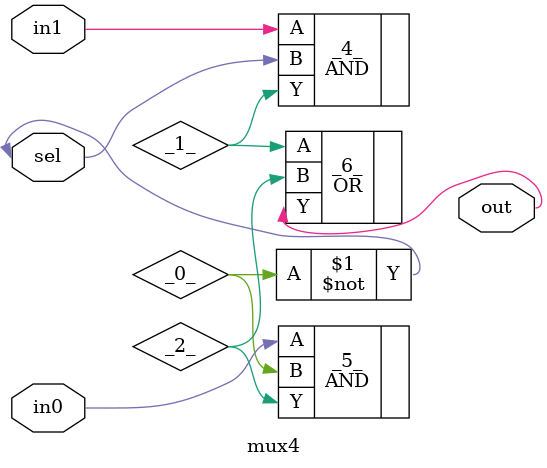
<source format=v>
/* Generated by Yosys 0.41+83 (git sha1 7045cf509, x86_64-w64-mingw32-g++ 13.2.1 -Os) */

/* cells_not_processed =  1  */
/* src = "mux4.v:2.1-7.10" */
module mux4(in0, in1, sel, out);
  wire _0_;
  wire _1_;
  wire _2_;
  /* src = "mux4.v:2.20-2.23" */
  input in0;
  wire in0;
  /* src = "mux4.v:2.25-2.28" */
  input in1;
  wire in1;
  /* src = "mux4.v:3.28-3.31" */
  output out;
  wire out;
  /* src = "mux4.v:2.30-2.33" */
  input sel;
  wire sel;
  not _3_ (
    .A(sel),
    .Y(_0_)
  );
  AND _4_ (
    .A(in1),
    .B(sel),
    .Y(_1_)
  );
  AND _5_ (
    .A(in0),
    .B(_0_),
    .Y(_2_)
  );
  OR _6_ (
    .A(_1_),
    .B(_2_),
    .Y(out)
  );
endmodule

</source>
